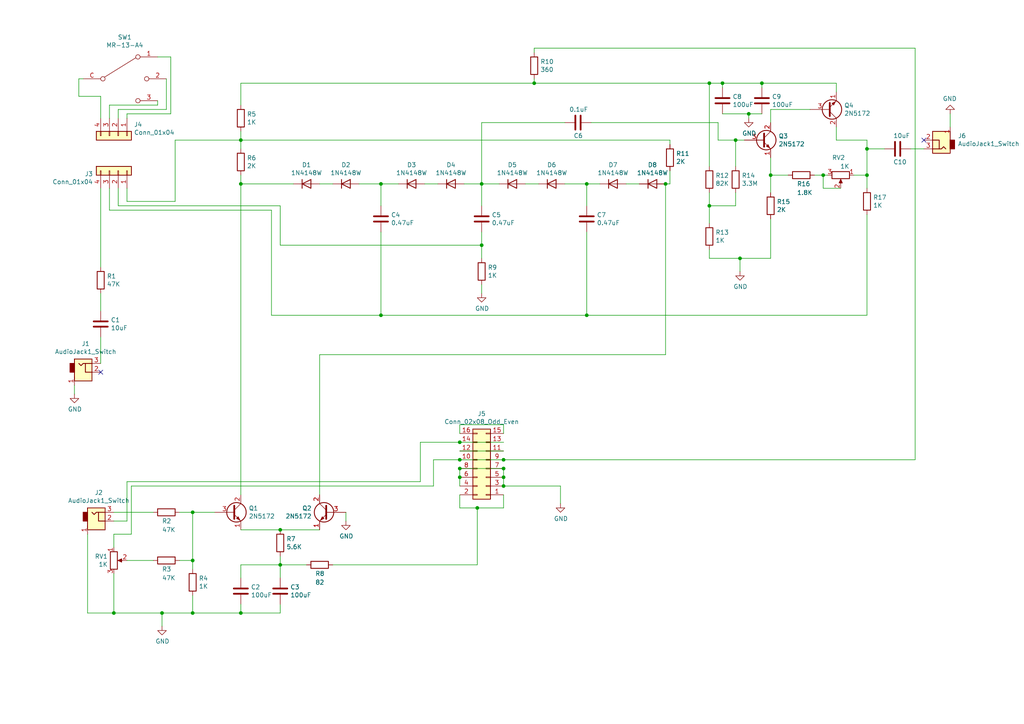
<source format=kicad_sch>
(kicad_sch (version 20250114) (generator "eeschema") (generator_version "9.0")
  (paper "A4")
  (lib_symbols
    (symbol "Connector_Generic:Conn_01x04" (pin_names (offset 1.016) (hide yes))
      (property "Reference" "J" (at 0 5.08 0))
      (property "Value" "Conn_01x04" (at 0 -7.62 0))
      (symbol "Conn_01x04_1_1"
        (rectangle (start -1.27 3.81) (end 1.27 -6.35) (stroke (width 0.254)) (fill (type background)))
        (rectangle (start -1.27 2.667) (end 0 2.413) (stroke (width 0.1524)))
        (rectangle (start -1.27 0.127) (end 0 -0.127) (stroke (width 0.1524)))
        (rectangle (start -1.27 -2.413) (end 0 -2.667) (stroke (width 0.1524)))
        (rectangle (start -1.27 -4.953) (end 0 -5.207) (stroke (width 0.1524)))
        (pin passive line (at -5.08 2.54 0) (length 3.81) (name "Pin_1") (number "1"))
        (pin passive line (at -5.08 0 0) (length 3.81) (name "Pin_2") (number "2"))
        (pin passive line (at -5.08 -2.54 0) (length 3.81) (name "Pin_3") (number "3"))
        (pin passive line (at -5.08 -5.08 0) (length 3.81) (name "Pin_4") (number "4"))
      )
    )
    (symbol "Connector_Generic:Conn_02x08_Odd_Even" (pin_names (offset 1.016) (hide yes))
      (property "Reference" "J" (at 1.27 10.16 0))
      (property "Value" "Conn_02x08_Odd_Even" (at 1.27 -12.7 0))
      (symbol "Conn_02x08_Odd_Even_1_1"
        (rectangle (start -1.27 8.89) (end 3.81 -11.43) (stroke (width 0.254)) (fill (type background)))
        (rectangle (start -1.27 7.747) (end 0 7.493) (stroke (width 0.1524)))
        (rectangle (start -1.27 5.207) (end 0 4.953) (stroke (width 0.1524)))
        (rectangle (start -1.27 2.667) (end 0 2.413) (stroke (width 0.1524)))
        (rectangle (start -1.27 0.127) (end 0 -0.127) (stroke (width 0.1524)))
        (rectangle (start -1.27 -2.413) (end 0 -2.667) (stroke (width 0.1524)))
        (rectangle (start -1.27 -4.953) (end 0 -5.207) (stroke (width 0.1524)))
        (rectangle (start -1.27 -7.493) (end 0 -7.747) (stroke (width 0.1524)))
        (rectangle (start -1.27 -10.033) (end 0 -10.287) (stroke (width 0.1524)))
        (rectangle (start 3.81 7.747) (end 2.54 7.493) (stroke (width 0.1524)))
        (rectangle (start 3.81 5.207) (end 2.54 4.953) (stroke (width 0.1524)))
        (rectangle (start 3.81 2.667) (end 2.54 2.413) (stroke (width 0.1524)))
        (rectangle (start 3.81 0.127) (end 2.54 -0.127) (stroke (width 0.1524)))
        (rectangle (start 3.81 -2.413) (end 2.54 -2.667) (stroke (width 0.1524)))
        (rectangle (start 3.81 -4.953) (end 2.54 -5.207) (stroke (width 0.1524)))
        (rectangle (start 3.81 -7.493) (end 2.54 -7.747) (stroke (width 0.1524)))
        (rectangle (start 3.81 -10.033) (end 2.54 -10.287) (stroke (width 0.1524)))
        (pin passive line (at -5.08 7.62 0) (length 3.81) (name "Pin_1") (number "1"))
        (pin passive line (at -5.08 5.08 0) (length 3.81) (name "Pin_3") (number "3"))
        (pin passive line (at -5.08 2.54 0) (length 3.81) (name "Pin_5") (number "5"))
        (pin passive line (at -5.08 0 0) (length 3.81) (name "Pin_7") (number "7"))
        (pin passive line (at -5.08 -2.54 0) (length 3.81) (name "Pin_9") (number "9"))
        (pin passive line (at -5.08 -5.08 0) (length 3.81) (name "Pin_11") (number "11"))
        (pin passive line (at -5.08 -7.62 0) (length 3.81) (name "Pin_13") (number "13"))
        (pin passive line (at -5.08 -10.16 0) (length 3.81) (name "Pin_15") (number "15"))
        (pin passive line (at 7.62 7.62 180) (length 3.81) (name "Pin_2") (number "2"))
        (pin passive line (at 7.62 5.08 180) (length 3.81) (name "Pin_4") (number "4"))
        (pin passive line (at 7.62 2.54 180) (length 3.81) (name "Pin_6") (number "6"))
        (pin passive line (at 7.62 0 180) (length 3.81) (name "Pin_8") (number "8"))
        (pin passive line (at 7.62 -2.54 180) (length 3.81) (name "Pin_10") (number "10"))
        (pin passive line (at 7.62 -5.08 180) (length 3.81) (name "Pin_12") (number "12"))
        (pin passive line (at 7.62 -7.62 180) (length 3.81) (name "Pin_14") (number "14"))
        (pin passive line (at 7.62 -10.16 180) (length 3.81) (name "Pin_16") (number "16"))
      )
    )
    (symbol "Custom_Lib:AudioJack1_Switch"
      (property "Reference" "J" (at 0 8.89 0))
      (property "Value" "Custom_Lib_AudioJack1_Switch" (at 0 6.35 0))
      (symbol "AudioJack1_Switch_0_1"
        (rectangle (start -2.54 0) (end -3.81 2.54) (stroke (width 0.254)) (fill (type outline)))
        (polyline (pts (xy -1.27 2.54) (xy -0.635 1.905) (xy 0 2.54) (xy 2.54 2.54)) (stroke (width 0.254)))
        (polyline (pts (xy 0.635 2.54) (xy 0.635 0) (xy 2.54 0)) (stroke (width 0.254)))
        (rectangle (start 2.54 3.81) (end -2.54 -2.54) (stroke (width 0.254)) (fill (type background)))
      )
      (symbol "AudioJack1_Switch_1_1"
        (pin passive line (at -2.54 -3.81 90) (length 2.54) (name "~") (number "1"))
        (pin passive line (at 5.08 2.54 180) (length 2.54) (name "~") (number "3"))
        (pin passive line (at 5.08 0 180) (length 2.54) (name "~") (number "2"))
      )
    )
    (symbol "Custom_Lib:MR-13-A4" (pin_names (offset 1.016))
      (property "Reference" "SW" (at 0 6.35 0))
      (property "Value" "Custom_Lib_MR-13-A4" (at 0 -8.89 0))
      (symbol "MR-13-A4_0_1"
        (circle (center -5.715 0) (radius 0.635))
        (polyline (pts (xy -5.207 0.508) (xy 3.81 6.096)))
        (circle (center 4.445 6.35) (radius 0.635))
        (circle (center 4.445 -6.35) (radius 0.635))
        (circle (center 6.985 0) (radius 0.635))
      )
      (symbol "MR-13-A4_1_1"
        (pin passive line (at -11.43 0 0) (length 5.08) (name "~") (number "C"))
        (pin passive line (at 10.16 6.35 180) (length 5.08) (name "~") (number "1"))
        (pin passive line (at 10.16 -6.35 180) (length 5.08) (name "~") (number "3"))
        (pin passive line (at 12.7 0 180) (length 5.08) (name "~") (number "2"))
      )
    )
    (symbol "Device:C" (pin_numbers (hide yes)) (pin_names (offset 0.254))
      (property "Reference" "C" (at 0.635 2.54 0))
      (property "Value" "C" (at 0.635 -2.54 0))
      (symbol "C_0_1"
        (polyline (pts (xy -2.032 0.762) (xy 2.032 0.762)) (stroke (width 0.508)))
        (polyline (pts (xy -2.032 -0.762) (xy 2.032 -0.762)) (stroke (width 0.508)))
      )
      (symbol "C_1_1"
        (pin passive line (at 0 3.81 270) (length 2.794) (name "~") (number "1"))
        (pin passive line (at 0 -3.81 90) (length 2.794) (name "~") (number "2"))
      )
    )
    (symbol "Device:Q_NPN_ECB" (pin_names (offset 0) (hide yes))
      (property "Reference" "Q" (at 5.08 1.27 0))
      (property "Value" "Q_NPN_ECB" (at 5.08 -1.27 0))
      (symbol "Q_NPN_ECB_0_1"
        (polyline (pts (xy 0.635 1.905) (xy 0.635 -1.905) (xy 0.635 -1.905)) (stroke (width 0.508)))
        (polyline (pts (xy 0.635 0.635) (xy 2.54 2.54)))
        (polyline (pts (xy 0.635 -0.635) (xy 2.54 -2.54) (xy 2.54 -2.54)))
        (circle (center 1.27 0) (radius 2.8194) (stroke (width 0.254)))
        (polyline (pts (xy 1.27 -1.778) (xy 1.778 -1.27) (xy 2.286 -2.286) (xy 1.27 -1.778) (xy 1.27 -1.778)) (fill (type outline)))
      )
      (symbol "Q_NPN_ECB_1_1"
        (pin passive line (at -5.08 0 0) (length 5.715) (name "B") (number "3"))
        (pin passive line (at 2.54 5.08 270) (length 2.54) (name "C") (number "2"))
        (pin passive line (at 2.54 -5.08 90) (length 2.54) (name "E") (number "1"))
      )
    )
    (symbol "Device:R" (pin_numbers (hide yes)) (pin_names (offset 0))
      (property "Reference" "R" (at 2.032 0 90))
      (property "Value" "R" (at 0 0 90))
      (symbol "R_0_1"
        (rectangle (start -1.016 -2.54) (end 1.016 2.54) (stroke (width 0.254)))
      )
      (symbol "R_1_1"
        (pin passive line (at 0 3.81 270) (length 1.27) (name "~") (number "1"))
        (pin passive line (at 0 -3.81 90) (length 1.27) (name "~") (number "2"))
      )
    )
    (symbol "Device:R_POT" (pin_names (offset 1.016) (hide yes))
      (property "Reference" "RV" (at -4.445 0 90))
      (property "Value" "Device_R_POT" (at -2.54 0 90))
      (symbol "R_POT_0_1"
        (rectangle (start 1.016 2.54) (end -1.016 -2.54) (stroke (width 0.254)))
        (polyline (pts (xy 1.143 0) (xy 2.286 0.508) (xy 2.286 -0.508) (xy 1.143 0)) (fill (type outline)))
        (polyline (pts (xy 2.54 0) (xy 1.524 0)))
      )
      (symbol "R_POT_1_1"
        (pin passive line (at 0 3.81 270) (length 1.27) (name "1") (number "1"))
        (pin passive line (at 0 -3.81 90) (length 1.27) (name "3") (number "3"))
        (pin passive line (at 3.81 0 180) (length 1.27) (name "2") (number "2"))
      )
    )
    (symbol "Diode:1N4148W" (pin_numbers (hide yes)) (pin_names (offset 1.016) (hide yes))
      (property "Reference" "D" (at 0 2.54 0))
      (property "Value" "1N4148W" (at 0 -2.54 0))
      (symbol "1N4148W_0_1"
        (polyline (pts (xy -1.27 1.27) (xy -1.27 -1.27)) (stroke (width 0.254)))
        (polyline (pts (xy 1.27 1.27) (xy 1.27 -1.27) (xy -1.27 0) (xy 1.27 1.27)) (stroke (width 0.254)))
        (polyline (pts (xy 1.27 0) (xy -1.27 0)))
      )
      (symbol "1N4148W_1_1"
        (pin passive line (at -3.81 0 0) (length 2.54) (name "K") (number "1"))
        (pin passive line (at 3.81 0 180) (length 2.54) (name "A") (number "2"))
      )
    )
    (symbol "power:GND" (power) (pin_names (offset 0))
      (property "Value" "GND" (at 0 -3.81 0))
      (symbol "GND_0_1"
        (polyline (pts (xy 0 0) (xy 0 -1.27) (xy 1.27 -1.27) (xy 0 -2.54) (xy -1.27 -1.27) (xy 0 -1.27)))
      )
      (symbol "GND_1_1"
        (pin power_in line (at 0 0 270) (length 0) (hide yes) (name "GND") (number "1"))
      )
    )
  )
  (junction (at 146.05 135.89))
  (junction (at 220.98 24.13))
  (junction (at 138.43 147.32))
  (junction (at 110.49 53.34))
  (junction (at 170.18 53.34))
  (junction (at 146.05 133.35))
  (junction (at 133.35 128.27))
  (junction (at 238.76 50.8))
  (junction (at 193.04 53.34))
  (junction (at 69.85 40.64))
  (junction (at 55.88 148.59))
  (junction (at 146.05 138.43))
  (junction (at 213.36 40.64))
  (junction (at 223.52 50.8))
  (junction (at 81.28 163.83))
  (junction (at 55.88 162.56))
  (junction (at 139.7 71.12))
  (junction (at 146.05 140.97))
  (junction (at 133.35 133.35))
  (junction (at 154.94 24.13))
  (junction (at 170.18 91.44))
  (junction (at 251.46 50.8))
  (junction (at 133.35 138.43))
  (junction (at 33.02 177.8))
  (junction (at 139.7 53.34))
  (junction (at 217.17 33.02))
  (junction (at 205.74 59.69))
  (junction (at 214.63 74.93))
  (junction (at 133.35 135.89))
  (junction (at 46.99 177.8))
  (junction (at 69.85 53.34))
  (junction (at 69.85 177.8))
  (junction (at 110.49 91.44))
  (junction (at 55.88 177.8))
  (junction (at 81.28 153.67))
  (junction (at 251.46 43.18))
  (junction (at 209.55 24.13))
  (junction (at 205.74 24.13))
  (no_connect (at 267.97 40.64))
  (no_connect (at 29.21 107.95))
  (wire (pts (xy 228.6 50.8) (xy 223.52 50.8)))
  (wire (pts (xy 213.36 59.69) (xy 205.74 59.69)))
  (wire (pts (xy 69.85 177.8) (xy 55.88 177.8)))
  (wire (pts (xy 92.71 53.34) (xy 96.52 53.34)))
  (wire (pts (xy 163.83 35.56) (xy 139.7 35.56)))
  (wire (pts (xy 29.21 105.41) (xy 29.21 97.79)))
  (wire (pts (xy 49.53 16.51) (xy 49.53 33.02)))
  (wire (pts (xy 146.05 138.43) (xy 146.05 140.97)))
  (wire (pts (xy 25.4 177.8) (xy 33.02 177.8)))
  (wire (pts (xy 50.8 58.42) (xy 36.83 58.42)))
  (wire (pts (xy 133.35 130.81) (xy 146.05 130.81)))
  (wire (pts (xy 185.42 53.34) (xy 181.61 53.34)))
  (wire (pts (xy 139.7 53.34) (xy 144.78 53.34)))
  (wire (pts (xy 125.73 133.35) (xy 125.73 140.97)))
  (wire (pts (xy 92.71 153.67) (xy 81.28 153.67)))
  (wire (pts (xy 223.52 74.93) (xy 223.52 63.5)))
  (wire (pts (xy 205.74 48.26) (xy 205.74 24.13)))
  (wire (pts (xy 194.31 53.34) (xy 193.04 53.34)))
  (wire (pts (xy 194.31 49.53) (xy 194.31 53.34)))
  (wire (pts (xy 45.72 30.48) (xy 31.75 30.48)))
  (wire (pts (xy 31.75 60.96) (xy 78.74 60.96)))
  (wire (pts (xy 209.55 24.13) (xy 220.98 24.13)))
  (wire (pts (xy 33.02 166.37) (xy 33.02 177.8)))
  (wire (pts (xy 223.52 45.72) (xy 223.52 50.8)))
  (wire (pts (xy 213.36 55.88) (xy 213.36 59.69)))
  (wire (pts (xy 81.28 175.26) (xy 81.28 177.8)))
  (wire (pts (xy 267.97 43.18) (xy 264.16 43.18)))
  (wire (pts (xy 121.92 128.27) (xy 121.92 139.7)))
  (wire (pts (xy 31.75 60.96) (xy 31.75 54.61)))
  (wire (pts (xy 29.21 90.17) (xy 29.21 85.09)))
  (wire (pts (xy 171.45 35.56) (xy 208.28 35.56)))
  (wire (pts (xy 69.85 50.8) (xy 69.85 53.34)))
  (wire (pts (xy 69.85 24.13) (xy 154.94 24.13)))
  (wire (pts (xy 33.02 177.8) (xy 46.99 177.8)))
  (wire (pts (xy 170.18 91.44) (xy 170.18 67.31)))
  (wire (pts (xy 81.28 59.69) (xy 34.29 59.69)))
  (wire (pts (xy 223.52 31.75) (xy 223.52 35.56)))
  (wire (pts (xy 133.35 133.35) (xy 146.05 133.35)))
  (wire (pts (xy 49.53 33.02) (xy 36.83 33.02)))
  (wire (pts (xy 69.85 38.1) (xy 69.85 40.64)))
  (wire (pts (xy 220.98 24.13) (xy 242.57 24.13)))
  (wire (pts (xy 133.35 128.27) (xy 121.92 128.27)))
  (wire (pts (xy 193.04 102.87) (xy 193.04 53.34)))
  (wire (pts (xy 163.83 53.34) (xy 170.18 53.34)))
  (wire (pts (xy 242.57 36.83) (xy 242.57 40.64)))
  (wire (pts (xy 194.31 41.91) (xy 194.31 40.64)))
  (wire (pts (xy 238.76 54.61) (xy 238.76 50.8)))
  (wire (pts (xy 243.84 54.61) (xy 238.76 54.61)))
  (wire (pts (xy 104.14 53.34) (xy 110.49 53.34)))
  (wire (pts (xy 92.71 143.51) (xy 92.71 102.87)))
  (wire (pts (xy 69.85 40.64) (xy 50.8 40.64)))
  (wire (pts (xy 88.9 163.83) (xy 81.28 163.83)))
  (wire (pts (xy 146.05 128.27) (xy 133.35 128.27)))
  (wire (pts (xy 85.09 53.34) (xy 69.85 53.34)))
  (wire (pts (xy 170.18 59.69) (xy 170.18 53.34)))
  (wire (pts (xy 52.07 162.56) (xy 55.88 162.56)))
  (wire (pts (xy 275.59 36.83) (xy 275.59 33.02)))
  (wire (pts (xy 242.57 24.13) (xy 242.57 26.67)))
  (wire (pts (xy 110.49 91.44) (xy 170.18 91.44)))
  (wire (pts (xy 139.7 85.09) (xy 139.7 82.55)))
  (wire (pts (xy 48.26 31.75) (xy 34.29 31.75)))
  (wire (pts (xy 100.33 148.59) (xy 100.33 151.13)))
  (wire (pts (xy 81.28 71.12) (xy 139.7 71.12)))
  (wire (pts (xy 139.7 71.12) (xy 139.7 74.93)))
  (wire (pts (xy 38.1 154.94) (xy 33.02 154.94)))
  (wire (pts (xy 110.49 53.34) (xy 110.49 59.69)))
  (wire (pts (xy 146.05 140.97) (xy 162.56 140.97)))
  (wire (pts (xy 217.17 33.02) (xy 217.17 34.29)))
  (wire (pts (xy 146.05 133.35) (xy 265.43 133.35)))
  (wire (pts (xy 69.85 167.64) (xy 69.85 163.83)))
  (wire (pts (xy 208.28 35.56) (xy 208.28 40.64)))
  (wire (pts (xy 214.63 74.93) (xy 223.52 74.93)))
  (wire (pts (xy 209.55 33.02) (xy 217.17 33.02)))
  (wire (pts (xy 36.83 139.7) (xy 36.83 151.13)))
  (wire (pts (xy 133.35 125.73) (xy 133.35 123.19)))
  (wire (pts (xy 25.4 154.94) (xy 25.4 177.8)))
  (wire (pts (xy 139.7 35.56) (xy 139.7 53.34)))
  (wire (pts (xy 146.05 123.19) (xy 146.05 125.73)))
  (wire (pts (xy 45.72 16.51) (xy 49.53 16.51)))
  (wire (pts (xy 265.43 13.97) (xy 154.94 13.97)))
  (wire (pts (xy 251.46 43.18) (xy 251.46 50.8)))
  (wire (pts (xy 81.28 177.8) (xy 69.85 177.8)))
  (wire (pts (xy 81.28 163.83) (xy 81.28 167.64)))
  (wire (pts (xy 110.49 53.34) (xy 115.57 53.34)))
  (wire (pts (xy 125.73 140.97) (xy 38.1 140.97)))
  (wire (pts (xy 205.74 72.39) (xy 205.74 74.93)))
  (wire (pts (xy 209.55 25.4) (xy 209.55 24.13)))
  (wire (pts (xy 52.07 148.59) (xy 55.88 148.59)))
  (wire (pts (xy 205.74 24.13) (xy 154.94 24.13)))
  (wire (pts (xy 238.76 50.8) (xy 240.03 50.8)))
  (wire (pts (xy 251.46 50.8) (xy 251.46 54.61)))
  (wire (pts (xy 251.46 91.44) (xy 170.18 91.44)))
  (wire (pts (xy 33.02 154.94) (xy 33.02 158.75)))
  (wire (pts (xy 22.86 27.94) (xy 22.86 22.86)))
  (wire (pts (xy 34.29 59.69) (xy 34.29 54.61)))
  (wire (pts (xy 69.85 163.83) (xy 81.28 163.83)))
  (wire (pts (xy 154.94 13.97) (xy 154.94 15.24)))
  (wire (pts (xy 139.7 59.69) (xy 139.7 53.34)))
  (wire (pts (xy 45.72 29.21) (xy 45.72 30.48)))
  (wire (pts (xy 220.98 33.02) (xy 217.17 33.02)))
  (wire (pts (xy 110.49 67.31) (xy 110.49 91.44)))
  (wire (pts (xy 234.95 31.75) (xy 223.52 31.75)))
  (wire (pts (xy 44.45 162.56) (xy 36.83 162.56)))
  (wire (pts (xy 69.85 40.64) (xy 69.85 43.18)))
  (wire (pts (xy 205.74 59.69) (xy 205.74 64.77)))
  (wire (pts (xy 69.85 53.34) (xy 69.85 143.51)))
  (wire (pts (xy 96.52 163.83) (xy 138.43 163.83)))
  (wire (pts (xy 205.74 74.93) (xy 214.63 74.93)))
  (wire (pts (xy 138.43 147.32) (xy 133.35 147.32)))
  (wire (pts (xy 78.74 60.96) (xy 78.74 91.44)))
  (wire (pts (xy 78.74 91.44) (xy 110.49 91.44)))
  (wire (pts (xy 247.65 50.8) (xy 251.46 50.8)))
  (wire (pts (xy 213.36 40.64) (xy 215.9 40.64)))
  (wire (pts (xy 213.36 48.26) (xy 213.36 40.64)))
  (wire (pts (xy 220.98 25.4) (xy 220.98 24.13)))
  (wire (pts (xy 36.83 151.13) (xy 33.02 151.13)))
  (wire (pts (xy 36.83 33.02) (xy 36.83 34.29)))
  (wire (pts (xy 154.94 22.86) (xy 154.94 24.13)))
  (wire (pts (xy 48.26 22.86) (xy 48.26 31.75)))
  (wire (pts (xy 146.05 147.32) (xy 138.43 147.32)))
  (wire (pts (xy 236.22 50.8) (xy 238.76 50.8)))
  (wire (pts (xy 55.88 162.56) (xy 55.88 148.59)))
  (wire (pts (xy 133.35 138.43) (xy 133.35 140.97)))
  (wire (pts (xy 134.62 53.34) (xy 139.7 53.34)))
  (wire (pts (xy 55.88 165.1) (xy 55.88 162.56)))
  (wire (pts (xy 139.7 67.31) (xy 139.7 71.12)))
  (wire (pts (xy 123.19 53.34) (xy 127 53.34)))
  (wire (pts (xy 205.74 55.88) (xy 205.74 59.69)))
  (wire (pts (xy 46.99 177.8) (xy 46.99 181.61)))
  (wire (pts (xy 121.92 139.7) (xy 36.83 139.7)))
  (wire (pts (xy 256.54 43.18) (xy 251.46 43.18)))
  (wire (pts (xy 69.85 175.26) (xy 69.85 177.8)))
  (wire (pts (xy 22.86 22.86) (xy 24.13 22.86)))
  (wire (pts (xy 69.85 30.48) (xy 69.85 24.13)))
  (wire (pts (xy 251.46 40.64) (xy 251.46 43.18)))
  (wire (pts (xy 133.35 133.35) (xy 125.73 133.35)))
  (wire (pts (xy 138.43 163.83) (xy 138.43 147.32)))
  (wire (pts (xy 242.57 40.64) (xy 251.46 40.64)))
  (wire (pts (xy 133.35 123.19) (xy 146.05 123.19)))
  (wire (pts (xy 81.28 161.29) (xy 81.28 163.83)))
  (wire (pts (xy 208.28 40.64) (xy 213.36 40.64)))
  (wire (pts (xy 265.43 133.35) (xy 265.43 13.97)))
  (wire (pts (xy 223.52 50.8) (xy 223.52 55.88)))
  (wire (pts (xy 31.75 30.48) (xy 31.75 34.29)))
  (wire (pts (xy 162.56 140.97) (xy 162.56 146.05)))
  (wire (pts (xy 251.46 62.23) (xy 251.46 91.44)))
  (wire (pts (xy 21.59 111.76) (xy 21.59 114.3)))
  (wire (pts (xy 46.99 177.8) (xy 55.88 177.8)))
  (wire (pts (xy 34.29 31.75) (xy 34.29 34.29)))
  (wire (pts (xy 33.02 148.59) (xy 44.45 148.59)))
  (wire (pts (xy 29.21 54.61) (xy 29.21 77.47)))
  (wire (pts (xy 36.83 58.42) (xy 36.83 54.61)))
  (wire (pts (xy 69.85 153.67) (xy 81.28 153.67)))
  (wire (pts (xy 55.88 148.59) (xy 62.23 148.59)))
  (wire (pts (xy 92.71 102.87) (xy 193.04 102.87)))
  (wire (pts (xy 29.21 27.94) (xy 22.86 27.94)))
  (wire (pts (xy 133.35 147.32) (xy 133.35 143.51)))
  (wire (pts (xy 205.74 24.13) (xy 209.55 24.13)))
  (wire (pts (xy 146.05 143.51) (xy 146.05 147.32)))
  (wire (pts (xy 81.28 59.69) (xy 81.28 71.12)))
  (wire (pts (xy 29.21 34.29) (xy 29.21 27.94)))
  (wire (pts (xy 146.05 135.89) (xy 146.05 138.43)))
  (wire (pts (xy 194.31 40.64) (xy 69.85 40.64)))
  (wire (pts (xy 170.18 53.34) (xy 173.99 53.34)))
  (wire (pts (xy 133.35 135.89) (xy 133.35 138.43)))
  (wire (pts (xy 55.88 177.8) (xy 55.88 172.72)))
  (wire (pts (xy 214.63 78.74) (xy 214.63 74.93)))
  (wire (pts (xy 133.35 135.89) (xy 146.05 135.89)))
  (wire (pts (xy 38.1 140.97) (xy 38.1 154.94)))
  (wire (pts (xy 156.21 53.34) (xy 152.4 53.34)))
  (wire (pts (xy 50.8 40.64) (xy 50.8 58.42)))
  (symbol (lib_id "Diode:1N4148W") (at 148.59 53.34 0) (unit 1)
    (property "Reference" "D5" (at 148.59 47.8282 0))
    (property "Value" "1N4148W" (at 148.59 50.1396 0))
    (property "Footprint" "Diodes_THT:D_DO-35_SOD27_P7.62mm_Horizontal" (effects (hide yes)))
    (property "Datasheet" "https://www.vishay.com/docs/85748/1n4148w.pdf" (effects (hide yes)))
  )
  (symbol (lib_id "Diode:1N4148W") (at 177.8 53.34 0) (unit 1)
    (property "Reference" "D7" (at 177.8 47.8282 0))
    (property "Value" "1N4148W" (at 177.8 50.1396 0))
    (property "Footprint" "Diodes_THT:D_DO-35_SOD27_P7.62mm_Horizontal" (effects (hide yes)))
    (property "Datasheet" "https://www.vishay.com/docs/85748/1n4148w.pdf" (effects (hide yes)))
  )
  (symbol (lib_id "Diode:1N4148W") (at 119.38 53.34 0) (unit 1)
    (property "Reference" "D3" (at 119.38 47.8282 0))
    (property "Value" "1N4148W" (at 119.38 50.1396 0))
    (property "Footprint" "Diodes_THT:D_DO-35_SOD27_P7.62mm_Horizontal" (effects (hide yes)))
    (property "Datasheet" "https://www.vishay.com/docs/85748/1n4148w.pdf" (effects (hide yes)))
  )
  (symbol (lib_id "Diode:1N4148W") (at 88.9 53.34 0) (unit 1)
    (property "Reference" "D1" (at 88.9 47.8282 0))
    (property "Value" "1N4148W" (at 88.9 50.1396 0))
    (property "Footprint" "Diodes_THT:D_DO-35_SOD27_P7.62mm_Horizontal" (effects (hide yes)))
    (property "Datasheet" "https://www.vishay.com/docs/85748/1n4148w.pdf" (effects (hide yes)))
  )
  (symbol (lib_id "Diode:1N4148W") (at 189.23 53.34 0) (unit 1)
    (property "Reference" "D8" (at 189.23 47.8282 0))
    (property "Value" "1N4148W" (at 189.23 50.1396 0))
    (property "Footprint" "Diodes_THT:D_DO-35_SOD27_P7.62mm_Horizontal" (effects (hide yes)))
    (property "Datasheet" "https://www.vishay.com/docs/85748/1n4148w.pdf" (effects (hide yes)))
  )
  (symbol (lib_id "Diode:1N4148W") (at 160.02 53.34 0) (unit 1)
    (property "Reference" "D6" (at 160.02 47.8282 0))
    (property "Value" "1N4148W" (at 160.02 50.1396 0))
    (property "Footprint" "Diodes_THT:D_DO-35_SOD27_P7.62mm_Horizontal" (effects (hide yes)))
    (property "Datasheet" "https://www.vishay.com/docs/85748/1n4148w.pdf" (effects (hide yes)))
  )
  (symbol (lib_id "Diode:1N4148W") (at 130.81 53.34 0) (unit 1)
    (property "Reference" "D4" (at 130.81 47.8282 0))
    (property "Value" "1N4148W" (at 130.81 50.1396 0))
    (property "Footprint" "Diodes_THT:D_DO-35_SOD27_P7.62mm_Horizontal" (effects (hide yes)))
    (property "Datasheet" "https://www.vishay.com/docs/85748/1n4148w.pdf" (effects (hide yes)))
  )
  (symbol (lib_id "Diode:1N4148W") (at 100.33 53.34 0) (unit 1)
    (property "Reference" "D2" (at 100.33 47.8282 0))
    (property "Value" "1N4148W" (at 100.33 50.1396 0))
    (property "Footprint" "Diodes_THT:D_DO-35_SOD27_P7.62mm_Horizontal" (effects (hide yes)))
    (property "Datasheet" "https://www.vishay.com/docs/85748/1n4148w.pdf" (effects (hide yes)))
  )
  (symbol (lib_id "Device:R_POT") (at 33.02 162.56 0) (unit 1)
    (property "Reference" "RV1" (at 31.2674 161.3916 0) (effects (justify right)))
    (property "Value" "1K" (at 31.2674 163.703 0) (effects (justify right)))
    (property "Footprint" "Potentiometers:Potentiometer_Bourns_PTV09A-2_Vertical" (effects (hide yes)))
  )
  (symbol (lib_id "Device:R_POT") (at 243.84 50.8 270) (unit 1)
    (property "Reference" "RV2" (at 245.11 45.72 90) (effects (justify right)))
    (property "Value" "1K" (at 246.38 48.26 90) (effects (justify right)))
    (property "Footprint" "Potentiometers:Potentiometer_Bourns_PTV09A-2_Vertical" (effects (hide yes)))
  )
  (symbol (lib_id "Device:C") (at 29.21 93.98 0) (unit 1)
    (property "Reference" "C1" (at 32.131 92.8116 0) (effects (justify left)))
    (property "Value" "10uF" (at 32.131 95.123 0) (effects (justify left)))
    (property "Footprint" "Capacitors_THT:C_Disc_D5.0mm_W2.5mm_P2.50mm" (effects (hide yes)))
  )
  (symbol (lib_id "Device:C") (at 81.28 171.45 0) (unit 1)
    (property "Reference" "C3" (at 84.201 170.2816 0) (effects (justify left)))
    (property "Value" "100uF" (at 84.201 172.593 0) (effects (justify left)))
    (property "Footprint" "Capacitors_THT:CP_Radial_D6.3mm_P2.50mm" (effects (hide yes)))
  )
  (symbol (lib_id "Device:C") (at 110.49 63.5 0) (unit 1)
    (property "Reference" "C4" (at 113.411 62.3316 0) (effects (justify left)))
    (property "Value" "0.47uF" (at 113.411 64.643 0) (effects (justify left)))
    (property "Footprint" "Capacitors_THT:C_Disc_D5.0mm_W2.5mm_P2.50mm" (effects (hide yes)))
  )
  (symbol (lib_id "Device:C") (at 139.7 63.5 0) (unit 1)
    (property "Reference" "C5" (at 142.621 62.3316 0) (effects (justify left)))
    (property "Value" "0.47uF" (at 142.621 64.643 0) (effects (justify left)))
    (property "Footprint" "Capacitors_THT:C_Disc_D5.0mm_W2.5mm_P2.50mm" (effects (hide yes)))
  )
  (symbol (lib_id "Device:C") (at 170.18 63.5 0) (unit 1)
    (property "Reference" "C7" (at 173.101 62.3316 0) (effects (justify left)))
    (property "Value" "0.47uF" (at 173.101 64.643 0) (effects (justify left)))
    (property "Footprint" "Capacitors_THT:C_Disc_D5.0mm_W2.5mm_P2.50mm" (effects (hide yes)))
  )
  (symbol (lib_id "Device:C") (at 167.64 35.56 270) (unit 1)
    (property "Reference" "C6" (at 166.37 39.37 90) (effects (justify left)))
    (property "Value" "0.1uF" (at 165.1 31.75 90) (effects (justify left)))
    (property "Footprint" "Capacitors_THT:C_Disc_D5.0mm_W2.5mm_P2.50mm" (effects (hide yes)))
  )
  (symbol (lib_id "Device:C") (at 209.55 29.21 0) (unit 1)
    (property "Reference" "C8" (at 212.471 28.0416 0) (effects (justify left)))
    (property "Value" "100uF" (at 212.471 30.353 0) (effects (justify left)))
    (property "Footprint" "Capacitors_THT:CP_Radial_D6.3mm_P2.50mm" (effects (hide yes)))
  )
  (symbol (lib_id "Device:R") (at 29.21 81.28 0) (unit 1)
    (property "Reference" "R1" (at 30.988 80.1116 0) (effects (justify left)))
    (property "Value" "47K" (at 30.988 82.423 0) (effects (justify left)))
    (property "Footprint" "Resistors_THT:R_Axial_DIN0207_L6.3mm_D2.5mm_P10.16mm_Horizontal" (effects (hide yes)))
  )
  (symbol (lib_id "Device:R") (at 139.7 78.74 0) (unit 1)
    (property "Reference" "R9" (at 141.478 77.5716 0) (effects (justify left)))
    (property "Value" "1K" (at 141.478 79.883 0) (effects (justify left)))
    (property "Footprint" "Resistors_THT:R_Axial_DIN0207_L6.3mm_D2.5mm_P10.16mm_Horizontal" (effects (hide yes)))
  )
  (symbol (lib_id "Device:R") (at 69.85 34.29 0) (unit 1)
    (property "Reference" "R5" (at 71.628 33.1216 0) (effects (justify left)))
    (property "Value" "1K" (at 71.628 35.433 0) (effects (justify left)))
    (property "Footprint" "Resistors_THT:R_Axial_DIN0207_L6.3mm_D2.5mm_P10.16mm_Horizontal" (effects (hide yes)))
  )
  (symbol (lib_id "Device:R") (at 194.31 45.72 0) (unit 1)
    (property "Reference" "R11" (at 196.088 44.5516 0) (effects (justify left)))
    (property "Value" "2K" (at 196.088 46.863 0) (effects (justify left)))
    (property "Footprint" "Resistors_THT:R_Axial_DIN0207_L6.3mm_D2.5mm_P10.16mm_Horizontal" (effects (hide yes)))
  )
  (symbol (lib_id "Device:R") (at 205.74 52.07 0) (unit 1)
    (property "Reference" "R12" (at 207.518 50.9016 0) (effects (justify left)))
    (property "Value" "82K" (at 207.518 53.213 0) (effects (justify left)))
    (property "Footprint" "Resistors_THT:R_Axial_DIN0207_L6.3mm_D2.5mm_P10.16mm_Horizontal" (effects (hide yes)))
  )
  (symbol (lib_id "Device:R") (at 81.28 157.48 0) (unit 1)
    (property "Reference" "R7" (at 83.058 156.3116 0) (effects (justify left)))
    (property "Value" "5.6K" (at 83.058 158.623 0) (effects (justify left)))
    (property "Footprint" "Resistors_THT:R_Axial_DIN0207_L6.3mm_D2.5mm_P10.16mm_Horizontal" (effects (hide yes)))
  )
  (symbol (lib_id "Device:R") (at 92.71 163.83 270) (unit 1)
    (property "Reference" "R8" (at 91.44 166.37 90) (effects (justify left)))
    (property "Value" "82" (at 91.44 168.91 90) (effects (justify left)))
    (property "Footprint" "Resistors_THT:R_Axial_DIN0207_L6.3mm_D2.5mm_P10.16mm_Horizontal" (effects (hide yes)))
  )
  (symbol (lib_id "Device:R") (at 69.85 46.99 0) (unit 1)
    (property "Reference" "R6" (at 71.628 45.8216 0) (effects (justify left)))
    (property "Value" "2K" (at 71.628 48.133 0) (effects (justify left)))
    (property "Footprint" "Resistors_THT:R_Axial_DIN0207_L6.3mm_D2.5mm_P10.16mm_Horizontal" (effects (hide yes)))
  )
  (symbol (lib_id "Device:R") (at 154.94 19.05 0) (unit 1)
    (property "Reference" "R10" (at 156.718 17.8816 0) (effects (justify left)))
    (property "Value" "360" (at 156.718 20.193 0) (effects (justify left)))
    (property "Footprint" "Resistors_THT:R_Axial_DIN0207_L6.3mm_D2.5mm_P10.16mm_Horizontal" (effects (hide yes)))
  )
  (symbol (lib_id "Device:R") (at 223.52 59.69 0) (unit 1)
    (property "Reference" "R15" (at 225.298 58.5216 0) (effects (justify left)))
    (property "Value" "2K" (at 225.298 60.833 0) (effects (justify left)))
    (property "Footprint" "Resistors_THT:R_Axial_DIN0207_L6.3mm_D2.5mm_P10.16mm_Horizontal" (effects (hide yes)))
  )
  (symbol (lib_id "Device:R") (at 213.36 52.07 0) (unit 1)
    (property "Reference" "R14" (at 215.138 50.9016 0) (effects (justify left)))
    (property "Value" "3.3M" (at 215.138 53.213 0) (effects (justify left)))
    (property "Footprint" "Resistors_THT:R_Axial_DIN0207_L6.3mm_D2.5mm_P10.16mm_Horizontal" (effects (hide yes)))
  )
  (symbol (lib_id "Device:R") (at 205.74 68.58 0) (unit 1)
    (property "Reference" "R13" (at 207.518 67.4116 0) (effects (justify left)))
    (property "Value" "1K" (at 207.518 69.723 0) (effects (justify left)))
    (property "Footprint" "Resistors_THT:R_Axial_DIN0207_L6.3mm_D2.5mm_P10.16mm_Horizontal" (effects (hide yes)))
  )
  (symbol (lib_id "Connector_Generic:Conn_01x04") (at 34.29 49.53 270) (mirror x) (unit 1)
    (property "Reference" "J3" (at 26.9748 50.4444 90) (effects (justify right)))
    (property "Value" "Conn_01x04" (at 26.9748 52.7558 90) (effects (justify right)))
    (property "Footprint" "Pin_Headers:Pin_Header_Straight_1x04_Pitch2.54mm" (effects (hide yes)))
  )
  (symbol (lib_id "Connector_Generic:Conn_01x04") (at 34.29 39.37 270) (unit 1)
    (property "Reference" "J4" (at 38.862 36.1188 90) (effects (justify left)))
    (property "Value" "Conn_01x04" (at 38.862 38.4302 90) (effects (justify left)))
    (property "Footprint" "Pin_Headers:Pin_Header_Straight_1x04_Pitch2.54mm" (effects (hide yes)))
  )
  (symbol (lib_id "Custom_Lib:MR-13-A4") (at 35.56 22.86 0) (unit 1)
    (property "Reference" "SW1" (at 36.195 10.795 0))
    (property "Value" "MR-13-A4" (at 36.195 13.1064 0))
    (property "Footprint" "Custom_Library:MR-13-A4" (effects (hide yes)))
  )
  (symbol (lib_id "Custom_Lib:AudioJack1_Switch") (at 24.13 107.95 0) (unit 1)
    (property "Reference" "J1" (at 24.8412 99.695 0))
    (property "Value" "AudioJack1_Switch" (at 24.8412 102.0064 0))
    (property "Footprint" "Custom_Library:Mono_Jack_3.5mm_Switch_Switchcraft_35RAPC2AH3" (effects (hide yes)))
  )
  (symbol (lib_id "Custom_Lib:AudioJack1_Switch") (at 273.05 40.64 180) (unit 1)
    (property "Reference" "J6" (at 277.8252 39.3954 0) (effects (justify right)))
    (property "Value" "AudioJack1_Switch" (at 277.8252 41.7068 0) (effects (justify right)))
    (property "Footprint" "Custom_Library:Mono_Jack_3.5mm_Switch_Switchcraft_35RAPC2AH3" (effects (hide yes)))
  )
  (symbol (lib_id "Custom_Lib:AudioJack1_Switch") (at 27.94 151.13 0) (unit 1)
    (property "Reference" "J2" (at 28.6512 142.875 0))
    (property "Value" "AudioJack1_Switch" (at 28.6512 145.1864 0))
    (property "Footprint" "Custom_Library:Mono_Jack_3.5mm_Switch_Switchcraft_35RAPC2AH3" (effects (hide yes)))
  )
  (symbol (lib_id "Device:R") (at 48.26 162.56 270) (unit 1)
    (property "Reference" "R3" (at 46.99 165.1 90) (effects (justify left)))
    (property "Value" "47K" (at 46.99 167.64 90) (effects (justify left)))
    (property "Footprint" "Resistors_THT:R_Axial_DIN0207_L6.3mm_D2.5mm_P10.16mm_Horizontal" (effects (hide yes)))
  )
  (symbol (lib_id "Device:R") (at 55.88 168.91 0) (unit 1)
    (property "Reference" "R4" (at 57.658 167.7416 0) (effects (justify left)))
    (property "Value" "1K" (at 57.658 170.053 0) (effects (justify left)))
    (property "Footprint" "Resistors_THT:R_Axial_DIN0207_L6.3mm_D2.5mm_P10.16mm_Horizontal" (effects (hide yes)))
  )
  (symbol (lib_id "Device:R") (at 48.26 148.59 270) (unit 1)
    (property "Reference" "R2" (at 46.99 151.13 90) (effects (justify left)))
    (property "Value" "47K" (at 46.99 153.67 90) (effects (justify left)))
    (property "Footprint" "Resistors_THT:R_Axial_DIN0207_L6.3mm_D2.5mm_P10.16mm_Horizontal" (effects (hide yes)))
  )
  (symbol (lib_id "power:GND") (at 139.7 85.09 0) (unit 1)
    (property "Reference" "#PWR04" (effects (hide yes)))
    (property "Value" "GND" (at 139.827 89.4842 0))
  )
  (symbol (lib_id "power:GND") (at 46.99 181.61 0) (unit 1)
    (property "Reference" "#PWR02" (effects (hide yes)))
    (property "Value" "GND" (at 47.117 186.0042 0))
  )
  (symbol (lib_id "power:GND") (at 21.59 114.3 0) (unit 1)
    (property "Reference" "#PWR01" (effects (hide yes)))
    (property "Value" "GND" (at 21.717 118.6942 0))
  )
  (symbol (lib_id "Device:Q_NPN_ECB") (at 67.31 148.59 0) (unit 1)
    (property "Reference" "Q1" (at 72.136 147.4216 0) (effects (justify left)))
    (property "Value" "2N5172" (at 72.136 149.733 0) (effects (justify left)))
    (property "Footprint" "TO_SOT_Packages_THT:TO-92_Inline_Wide" (effects (hide yes)))
  )
  (symbol (lib_id "Device:Q_NPN_ECB") (at 95.25 148.59 0) (mirror y) (unit 1)
    (property "Reference" "Q2" (at 90.3986 147.4216 0) (effects (justify left)))
    (property "Value" "2N5172" (at 90.3986 149.733 0) (effects (justify left)))
    (property "Footprint" "TO_SOT_Packages_THT:TO-92_Inline_Wide" (effects (hide yes)))
  )
  (symbol (lib_id "Device:Q_NPN_ECB") (at 240.03 31.75 0) (mirror x) (unit 1)
    (property "Reference" "Q4" (at 244.856 30.5816 0) (effects (justify left)))
    (property "Value" "2N5172" (at 244.856 32.893 0) (effects (justify left)))
    (property "Footprint" "TO_SOT_Packages_THT:TO-92_Inline_Wide" (effects (hide yes)))
  )
  (symbol (lib_id "power:GND") (at 100.33 151.13 0) (unit 1)
    (property "Reference" "#PWR03" (effects (hide yes)))
    (property "Value" "GND" (at 100.457 155.5242 0))
  )
  (symbol (lib_id "Device:Q_NPN_ECB") (at 220.98 40.64 0) (unit 1)
    (property "Reference" "Q3" (at 225.806 39.4716 0) (effects (justify left)))
    (property "Value" "2N5172" (at 225.806 41.783 0) (effects (justify left)))
    (property "Footprint" "TO_SOT_Packages_THT:TO-92_Inline_Wide" (effects (hide yes)))
  )
  (symbol (lib_id "power:GND") (at 217.17 34.29 0) (unit 1)
    (property "Reference" "#PWR07" (effects (hide yes)))
    (property "Value" "GND" (at 217.297 38.6842 0))
  )
  (symbol (lib_id "Device:R") (at 251.46 58.42 0) (unit 1)
    (property "Reference" "R17" (at 253.238 57.2516 0) (effects (justify left)))
    (property "Value" "1K" (at 253.238 59.563 0) (effects (justify left)))
    (property "Footprint" "Resistors_THT:R_Axial_DIN0207_L6.3mm_D2.5mm_P10.16mm_Horizontal" (effects (hide yes)))
  )
  (symbol (lib_id "Device:R") (at 232.41 50.8 270) (unit 1)
    (property "Reference" "R16" (at 231.14 53.34 90) (effects (justify left)))
    (property "Value" "1.8K" (at 231.14 55.88 90) (effects (justify left)))
    (property "Footprint" "Resistors_THT:R_Axial_DIN0207_L6.3mm_D2.5mm_P10.16mm_Horizontal" (effects (hide yes)))
  )
  (symbol (lib_id "Device:C") (at 260.35 43.18 270) (unit 1)
    (property "Reference" "C10" (at 259.08 46.99 90) (effects (justify left)))
    (property "Value" "10uF" (at 259.08 39.37 90) (effects (justify left)))
    (property "Footprint" "Capacitors_THT:C_Disc_D5.0mm_W2.5mm_P2.50mm" (effects (hide yes)))
  )
  (symbol (lib_id "power:GND") (at 214.63 78.74 0) (unit 1)
    (property "Reference" "#PWR06" (effects (hide yes)))
    (property "Value" "GND" (at 214.757 83.1342 0))
  )
  (symbol (lib_id "power:GND") (at 275.59 33.02 180) (unit 1)
    (property "Reference" "#PWR08" (effects (hide yes)))
    (property "Value" "GND" (at 275.463 28.6258 0))
  )
  (symbol (lib_id "Connector_Generic:Conn_02x08_Odd_Even") (at 140.97 135.89 180) (unit 1)
    (property "Reference" "J5" (at 139.7 120.015 0))
    (property "Value" "Conn_02x08_Odd_Even" (at 139.7 122.3264 0))
    (property "Footprint" "Pin_Headers:Pin_Header_Straight_2x08_Pitch2.54mm" (effects (hide yes)))
  )
  (symbol (lib_id "power:GND") (at 162.56 146.05 0) (unit 1)
    (property "Reference" "#PWR05" (effects (hide yes)))
    (property "Value" "GND" (at 162.687 150.4442 0))
  )
  (symbol (lib_id "Device:C") (at 220.98 29.21 0) (unit 1)
    (property "Reference" "C9" (at 223.901 28.0416 0) (effects (justify left)))
    (property "Value" "100uF" (at 223.901 30.353 0) (effects (justify left)))
    (property "Footprint" "Capacitors_THT:CP_Radial_D6.3mm_P2.50mm" (effects (hide yes)))
  )
  (symbol (lib_id "Device:C") (at 69.85 171.45 0) (unit 1)
    (property "Reference" "C2" (at 72.771 170.2816 0) (effects (justify left)))
    (property "Value" "100uF" (at 72.771 172.593 0) (effects (justify left)))
    (property "Footprint" "Capacitors_THT:CP_Radial_D6.3mm_P2.50mm" (effects (hide yes)))
  )
)
</source>
